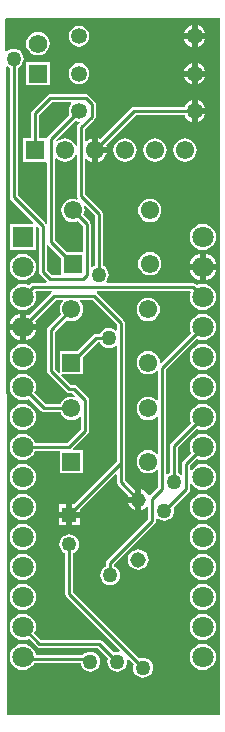
<source format=gbl>
G04*
G04 #@! TF.GenerationSoftware,Altium Limited,Altium Designer,23.2.1 (34)*
G04*
G04 Layer_Physical_Order=2*
G04 Layer_Color=16711680*
%FSLAX25Y25*%
%MOIN*%
G70*
G04*
G04 #@! TF.SameCoordinates,08813931-105C-4D26-8E83-7783437ACDD9*
G04*
G04*
G04 #@! TF.FilePolarity,Positive*
G04*
G01*
G75*
%ADD22C,0.06102*%
%ADD23R,0.06102X0.06102*%
%ADD24C,0.06181*%
%ADD25R,0.06181X0.06181*%
%ADD32C,0.01000*%
%ADD33R,0.07087X0.07087*%
%ADD34C,0.07087*%
%ADD35C,0.05315*%
%ADD36R,0.04921X0.04921*%
%ADD37C,0.04921*%
%ADD38C,0.05181*%
%ADD39C,0.05000*%
G36*
X22673Y204874D02*
X22188Y204244D01*
X21840Y203403D01*
X21721Y202500D01*
X21840Y201597D01*
X22013Y201179D01*
X14963Y194129D01*
X14675Y193699D01*
X14351Y193351D01*
X11825D01*
Y201151D01*
X16049Y205375D01*
X22527D01*
X22673Y204874D01*
D02*
G37*
G36*
X24306Y199132D02*
X25209Y199013D01*
X25278Y199022D01*
X25499Y198573D01*
X24963Y198037D01*
X24675Y197607D01*
X24575Y197100D01*
Y191033D01*
X24074Y190934D01*
X23864Y191442D01*
X23247Y192247D01*
X22442Y192864D01*
X21505Y193252D01*
X20500Y193384D01*
X19495Y193252D01*
X18558Y192864D01*
X17964Y192408D01*
X17425Y192602D01*
X17391Y192808D01*
X23888Y199305D01*
X24306Y199132D01*
D02*
G37*
G36*
X24575Y187967D02*
Y174200D01*
X24675Y173693D01*
X24892Y173369D01*
X24627Y172982D01*
X24591Y172952D01*
X24210Y173110D01*
X23205Y173243D01*
X22199Y173110D01*
X21263Y172722D01*
X20458Y172105D01*
X19841Y171300D01*
X19453Y170364D01*
X19320Y169358D01*
X19453Y168353D01*
X19841Y167416D01*
X20458Y166612D01*
X21263Y165994D01*
X22199Y165606D01*
X23205Y165474D01*
X24210Y165606D01*
X24827Y165862D01*
X26474Y164214D01*
Y155493D01*
X21228D01*
X17225Y159496D01*
Y186663D01*
X17699Y186824D01*
X17753Y186753D01*
X18558Y186136D01*
X19495Y185748D01*
X20500Y185616D01*
X21505Y185748D01*
X22442Y186136D01*
X23247Y186753D01*
X23864Y187558D01*
X24074Y188066D01*
X24575Y187967D01*
D02*
G37*
G36*
X72175Y1326D02*
X1322D01*
X713Y217299D01*
X1213Y217519D01*
X1736Y217118D01*
X2074Y216977D01*
Y173800D01*
X2175Y173293D01*
X2463Y172863D01*
X10020Y165305D01*
X9829Y164843D01*
X2157D01*
Y156157D01*
X10843D01*
Y163829D01*
X11305Y164020D01*
X11774Y163551D01*
Y148900D01*
X11875Y148393D01*
X12163Y147963D01*
X14379Y145746D01*
X14172Y145246D01*
X9921D01*
X9414Y145145D01*
X8984Y144858D01*
X8499Y144373D01*
X7634Y144731D01*
X6500Y144881D01*
X5366Y144731D01*
X4310Y144294D01*
X3402Y143598D01*
X2706Y142690D01*
X2269Y141634D01*
X2119Y140500D01*
X2269Y139366D01*
X2706Y138310D01*
X3402Y137402D01*
X4310Y136706D01*
X5366Y136268D01*
X6500Y136119D01*
X7634Y136268D01*
X8690Y136706D01*
X9598Y137402D01*
X10294Y138310D01*
X10731Y139366D01*
X10881Y140500D01*
X10731Y141634D01*
X10540Y142095D01*
X10875Y142595D01*
X15969D01*
X16047Y142498D01*
X15972Y141847D01*
X8652Y134526D01*
X7686Y134926D01*
X7500Y134951D01*
Y131500D01*
X10951D01*
X10926Y131686D01*
X10526Y132652D01*
X17458Y139584D01*
X19805D01*
X19915Y139260D01*
X19942Y139084D01*
X19341Y138300D01*
X18953Y137364D01*
X18820Y136358D01*
X18953Y135353D01*
X19208Y134736D01*
X14863Y130391D01*
X14575Y129961D01*
X14475Y129453D01*
Y116000D01*
X14575Y115493D01*
X14863Y115063D01*
X20963Y108963D01*
X21393Y108675D01*
X21900Y108574D01*
X22951D01*
X23990Y107536D01*
X23710Y107110D01*
X22705Y107243D01*
X21699Y107110D01*
X20763Y106722D01*
X19958Y106105D01*
X19341Y105300D01*
X19085Y104684D01*
X14191D01*
X10373Y108501D01*
X10731Y109366D01*
X10881Y110500D01*
X10731Y111634D01*
X10294Y112690D01*
X9598Y113598D01*
X8690Y114294D01*
X7634Y114732D01*
X6500Y114881D01*
X5366Y114732D01*
X4310Y114294D01*
X3402Y113598D01*
X2706Y112690D01*
X2269Y111634D01*
X2119Y110500D01*
X2269Y109366D01*
X2706Y108310D01*
X3402Y107402D01*
X4310Y106706D01*
X5366Y106269D01*
X6500Y106119D01*
X7634Y106269D01*
X8499Y106627D01*
X12705Y102421D01*
X13135Y102134D01*
X13642Y102033D01*
X19085D01*
X19341Y101416D01*
X19958Y100611D01*
X20763Y99994D01*
X21699Y99606D01*
X22705Y99474D01*
X23710Y99606D01*
X24647Y99994D01*
X25451Y100611D01*
X25501Y100676D01*
X25975Y100515D01*
Y96549D01*
X21251Y91825D01*
X10652D01*
X10294Y92690D01*
X9598Y93598D01*
X8690Y94294D01*
X7634Y94731D01*
X6500Y94881D01*
X5366Y94731D01*
X4310Y94294D01*
X3402Y93598D01*
X2706Y92690D01*
X2269Y91634D01*
X2119Y90500D01*
X2269Y89366D01*
X2706Y88310D01*
X3402Y87402D01*
X4310Y86706D01*
X5366Y86269D01*
X6500Y86119D01*
X7634Y86269D01*
X8690Y86706D01*
X9598Y87402D01*
X10294Y88310D01*
X10652Y89174D01*
X18854D01*
Y81791D01*
X26556D01*
Y89493D01*
X23375D01*
X23167Y89993D01*
X28237Y95063D01*
X28525Y95493D01*
X28626Y96000D01*
Y106100D01*
X28525Y106607D01*
X28237Y107037D01*
X24437Y110837D01*
X24007Y111125D01*
X23500Y111225D01*
X22449D01*
X19346Y114329D01*
X19537Y114791D01*
X26556D01*
Y120618D01*
X31412Y125475D01*
X32077D01*
X32217Y125136D01*
X32746Y124446D01*
X33436Y123917D01*
X34238Y123585D01*
X35100Y123471D01*
X35961Y123585D01*
X36764Y123917D01*
X37275Y124309D01*
X37775Y124078D01*
Y85649D01*
X23586Y71461D01*
X23000D01*
Y69000D01*
X25461D01*
Y69586D01*
X37313Y81438D01*
X37775Y81247D01*
Y78900D01*
X37875Y78393D01*
X38163Y77963D01*
X41703Y74423D01*
X41528Y74000D01*
X44000D01*
Y76472D01*
X43577Y76297D01*
X40426Y79449D01*
Y85100D01*
Y132000D01*
X40325Y132507D01*
X40037Y132937D01*
X31128Y141847D01*
X31053Y142498D01*
X31131Y142595D01*
X62125D01*
X62460Y142095D01*
X62269Y141634D01*
X62119Y140500D01*
X62269Y139366D01*
X62706Y138310D01*
X63402Y137402D01*
X64310Y136706D01*
X65366Y136268D01*
X66500Y136119D01*
X67634Y136268D01*
X68690Y136706D01*
X69598Y137402D01*
X70294Y138310D01*
X70732Y139366D01*
X70881Y140500D01*
X70732Y141634D01*
X70294Y142690D01*
X69598Y143598D01*
X68690Y144294D01*
X67634Y144731D01*
X66500Y144881D01*
X65366Y144731D01*
X64501Y144373D01*
X64016Y144858D01*
X63586Y145145D01*
X63079Y145246D01*
X34384D01*
X34230Y145746D01*
X34683Y146336D01*
X35015Y147139D01*
X35129Y148000D01*
X35015Y148862D01*
X34683Y149664D01*
X34154Y150354D01*
X33464Y150882D01*
X33125Y151023D01*
Y168300D01*
X33025Y168807D01*
X32737Y169237D01*
X27226Y174749D01*
Y186354D01*
X27725Y186523D01*
X28457Y185961D01*
X29442Y185553D01*
X29500Y185546D01*
Y189500D01*
Y193455D01*
X29442Y193447D01*
X28457Y193039D01*
X27725Y192477D01*
X27226Y192646D01*
Y196551D01*
X30337Y199663D01*
X30625Y200093D01*
X30725Y200600D01*
Y205000D01*
X30625Y205507D01*
X30337Y205937D01*
X28637Y207637D01*
X28207Y207925D01*
X27700Y208026D01*
X15500D01*
X14993Y207925D01*
X14563Y207637D01*
X9563Y202637D01*
X9275Y202207D01*
X9174Y201700D01*
Y193351D01*
X6649D01*
Y185649D01*
X14351D01*
X14574Y185241D01*
Y165133D01*
X14074Y164981D01*
X14037Y165037D01*
X4725Y174349D01*
Y216977D01*
X5064Y217118D01*
X5754Y217646D01*
X6283Y218336D01*
X6615Y219139D01*
X6729Y220000D01*
X6615Y220862D01*
X6283Y221664D01*
X5754Y222354D01*
X5064Y222883D01*
X4262Y223215D01*
X3400Y223328D01*
X2538Y223215D01*
X1736Y222883D01*
X1199Y222470D01*
X698Y222674D01*
X668Y233320D01*
X1021Y233675D01*
X72175D01*
Y1326D01*
D02*
G37*
G36*
X30474Y167751D02*
Y151023D01*
X30136Y150882D01*
X29625Y150491D01*
X29125Y150722D01*
Y164763D01*
X29025Y165270D01*
X28737Y165700D01*
X26701Y167736D01*
X26957Y168353D01*
X27089Y169358D01*
X26957Y170364D01*
X26817Y170702D01*
X27241Y170985D01*
X30474Y167751D01*
D02*
G37*
G36*
X14963Y158009D02*
X19354Y153619D01*
Y147826D01*
X16049D01*
X14425Y149449D01*
Y157913D01*
X14925Y158065D01*
X14963Y158009D01*
D02*
G37*
G36*
X37775Y131451D02*
Y129522D01*
X37275Y129291D01*
X36764Y129683D01*
X35961Y130015D01*
X35100Y130129D01*
X34238Y130015D01*
X33436Y129683D01*
X32746Y129154D01*
X32217Y128464D01*
X32077Y128126D01*
X30863D01*
X30356Y128025D01*
X29926Y127737D01*
X24681Y122493D01*
X18854D01*
Y115474D01*
X18392Y115283D01*
X17126Y116549D01*
Y128904D01*
X21083Y132862D01*
X21699Y132606D01*
X22705Y132474D01*
X23710Y132606D01*
X24647Y132994D01*
X25451Y133612D01*
X26069Y134416D01*
X26457Y135353D01*
X26589Y136358D01*
X26457Y137364D01*
X26069Y138300D01*
X25468Y139084D01*
X25495Y139260D01*
X25605Y139584D01*
X29642D01*
X37775Y131451D01*
D02*
G37*
%LPC*%
G36*
X64791Y231045D02*
Y228500D01*
X67336D01*
X66986Y229345D01*
X66400Y230109D01*
X65636Y230695D01*
X64791Y231045D01*
D02*
G37*
G36*
X62791D02*
X61947Y230695D01*
X61183Y230109D01*
X60597Y229345D01*
X60247Y228500D01*
X62791D01*
Y231045D01*
D02*
G37*
G36*
X25209Y230987D02*
X24306Y230869D01*
X23465Y230520D01*
X22743Y229966D01*
X22188Y229244D01*
X21840Y228403D01*
X21721Y227500D01*
X21840Y226597D01*
X22188Y225756D01*
X22743Y225034D01*
X23465Y224480D01*
X24306Y224131D01*
X25209Y224013D01*
X26111Y224131D01*
X26952Y224480D01*
X27674Y225034D01*
X28229Y225756D01*
X28577Y226597D01*
X28696Y227500D01*
X28577Y228403D01*
X28229Y229244D01*
X27674Y229966D01*
X26952Y230520D01*
X26111Y230869D01*
X25209Y230987D01*
D02*
G37*
G36*
X67336Y226500D02*
X64791D01*
Y223955D01*
X65636Y224305D01*
X66400Y224891D01*
X66986Y225656D01*
X67336Y226500D01*
D02*
G37*
G36*
X62791D02*
X60247D01*
X60597Y225656D01*
X61183Y224891D01*
X61947Y224305D01*
X62791Y223955D01*
Y226500D01*
D02*
G37*
G36*
X11500Y228924D02*
X10484Y228790D01*
X9538Y228398D01*
X8725Y227775D01*
X8102Y226962D01*
X7710Y226016D01*
X7576Y225000D01*
X7710Y223984D01*
X8102Y223038D01*
X8725Y222225D01*
X9538Y221602D01*
X10484Y221210D01*
X11500Y221076D01*
X12516Y221210D01*
X13462Y221602D01*
X14275Y222225D01*
X14898Y223038D01*
X15290Y223984D01*
X15424Y225000D01*
X15290Y226016D01*
X14898Y226962D01*
X14275Y227775D01*
X13462Y228398D01*
X12516Y228790D01*
X11500Y228924D01*
D02*
G37*
G36*
X64791Y218545D02*
Y216000D01*
X67336D01*
X66986Y216845D01*
X66400Y217609D01*
X65636Y218195D01*
X64791Y218545D01*
D02*
G37*
G36*
X62791D02*
X61947Y218195D01*
X61183Y217609D01*
X60597Y216845D01*
X60247Y216000D01*
X62791D01*
Y218545D01*
D02*
G37*
G36*
X25209Y218487D02*
X24306Y218369D01*
X23465Y218020D01*
X22743Y217466D01*
X22188Y216744D01*
X21840Y215903D01*
X21721Y215000D01*
X21840Y214097D01*
X22188Y213256D01*
X22743Y212534D01*
X23465Y211980D01*
X24306Y211631D01*
X25209Y211513D01*
X26111Y211631D01*
X26952Y211980D01*
X27674Y212534D01*
X28229Y213256D01*
X28577Y214097D01*
X28696Y215000D01*
X28577Y215903D01*
X28229Y216744D01*
X27674Y217466D01*
X26952Y218020D01*
X26111Y218369D01*
X25209Y218487D01*
D02*
G37*
G36*
X67336Y214000D02*
X64791D01*
Y211455D01*
X65636Y211805D01*
X66400Y212391D01*
X66986Y213156D01*
X67336Y214000D01*
D02*
G37*
G36*
X62791D02*
X60247D01*
X60597Y213156D01*
X61183Y212391D01*
X61947Y211805D01*
X62791Y211455D01*
Y214000D01*
D02*
G37*
G36*
X15391Y218891D02*
X7609D01*
Y211109D01*
X15391D01*
Y218891D01*
D02*
G37*
G36*
X64791Y206045D02*
Y203500D01*
X67336D01*
X66986Y204345D01*
X66400Y205109D01*
X65636Y205695D01*
X64791Y206045D01*
D02*
G37*
G36*
X67336Y201500D02*
X64791D01*
Y198955D01*
X65636Y199305D01*
X66400Y199891D01*
X66986Y200656D01*
X67336Y201500D01*
D02*
G37*
G36*
X62791Y206045D02*
X61947Y205695D01*
X61183Y205109D01*
X60597Y204345D01*
X60382Y203825D01*
X43500D01*
X42993Y203725D01*
X42563Y203437D01*
X32275Y193150D01*
X31558Y193447D01*
X31500Y193455D01*
Y190500D01*
X34455D01*
X34447Y190558D01*
X34150Y191275D01*
X44049Y201174D01*
X60382D01*
X60597Y200656D01*
X61183Y199891D01*
X61947Y199305D01*
X62791Y198955D01*
Y202500D01*
Y206045D01*
D02*
G37*
G36*
X60500Y193384D02*
X59495Y193252D01*
X58558Y192864D01*
X57753Y192247D01*
X57136Y191442D01*
X56748Y190505D01*
X56616Y189500D01*
X56748Y188495D01*
X57136Y187558D01*
X57753Y186753D01*
X58558Y186136D01*
X59495Y185748D01*
X60500Y185616D01*
X61505Y185748D01*
X62442Y186136D01*
X63247Y186753D01*
X63864Y187558D01*
X64252Y188495D01*
X64384Y189500D01*
X64252Y190505D01*
X63864Y191442D01*
X63247Y192247D01*
X62442Y192864D01*
X61505Y193252D01*
X60500Y193384D01*
D02*
G37*
G36*
X50500D02*
X49495Y193252D01*
X48558Y192864D01*
X47753Y192247D01*
X47136Y191442D01*
X46748Y190505D01*
X46616Y189500D01*
X46748Y188495D01*
X47136Y187558D01*
X47753Y186753D01*
X48558Y186136D01*
X49495Y185748D01*
X50500Y185616D01*
X51505Y185748D01*
X52442Y186136D01*
X53247Y186753D01*
X53864Y187558D01*
X54252Y188495D01*
X54384Y189500D01*
X54252Y190505D01*
X53864Y191442D01*
X53247Y192247D01*
X52442Y192864D01*
X51505Y193252D01*
X50500Y193384D01*
D02*
G37*
G36*
X40500D02*
X39495Y193252D01*
X38558Y192864D01*
X37753Y192247D01*
X37136Y191442D01*
X36748Y190505D01*
X36616Y189500D01*
X36748Y188495D01*
X37136Y187558D01*
X37753Y186753D01*
X38558Y186136D01*
X39495Y185748D01*
X40500Y185616D01*
X41505Y185748D01*
X42442Y186136D01*
X43247Y186753D01*
X43864Y187558D01*
X44252Y188495D01*
X44384Y189500D01*
X44252Y190505D01*
X43864Y191442D01*
X43247Y192247D01*
X42442Y192864D01*
X41505Y193252D01*
X40500Y193384D01*
D02*
G37*
G36*
X34455Y188500D02*
X31500D01*
Y185546D01*
X31558Y185553D01*
X32543Y185961D01*
X33389Y186611D01*
X34039Y187457D01*
X34447Y188442D01*
X34455Y188500D01*
D02*
G37*
G36*
X48795Y173243D02*
X47790Y173110D01*
X46853Y172722D01*
X46049Y172105D01*
X45431Y171300D01*
X45043Y170364D01*
X44911Y169358D01*
X45043Y168353D01*
X45431Y167416D01*
X46049Y166612D01*
X46853Y165994D01*
X47790Y165606D01*
X48795Y165474D01*
X49801Y165606D01*
X50737Y165994D01*
X51542Y166612D01*
X52159Y167416D01*
X52547Y168353D01*
X52680Y169358D01*
X52547Y170364D01*
X52159Y171300D01*
X51542Y172105D01*
X50737Y172722D01*
X49801Y173110D01*
X48795Y173243D01*
D02*
G37*
G36*
X66500Y164881D02*
X65366Y164732D01*
X64310Y164294D01*
X63402Y163598D01*
X62706Y162690D01*
X62269Y161634D01*
X62119Y160500D01*
X62269Y159366D01*
X62706Y158310D01*
X63402Y157402D01*
X64310Y156706D01*
X65366Y156269D01*
X66500Y156119D01*
X67634Y156269D01*
X68690Y156706D01*
X69598Y157402D01*
X70294Y158310D01*
X70732Y159366D01*
X70881Y160500D01*
X70732Y161634D01*
X70294Y162690D01*
X69598Y163598D01*
X68690Y164294D01*
X67634Y164732D01*
X66500Y164881D01*
D02*
G37*
G36*
X67500Y154951D02*
Y151500D01*
X70951D01*
X70926Y151686D01*
X70469Y152791D01*
X69740Y153740D01*
X68791Y154469D01*
X67686Y154926D01*
X67500Y154951D01*
D02*
G37*
G36*
X65500D02*
X65314Y154926D01*
X64209Y154469D01*
X63260Y153740D01*
X62531Y152791D01*
X62074Y151686D01*
X62049Y151500D01*
X65500D01*
Y154951D01*
D02*
G37*
G36*
X48795Y155526D02*
X47790Y155394D01*
X46853Y155006D01*
X46049Y154388D01*
X45431Y153584D01*
X45043Y152647D01*
X44911Y151642D01*
X45043Y150636D01*
X45431Y149700D01*
X46049Y148895D01*
X46853Y148278D01*
X47790Y147890D01*
X48795Y147757D01*
X49801Y147890D01*
X50737Y148278D01*
X51542Y148895D01*
X52159Y149700D01*
X52547Y150636D01*
X52680Y151642D01*
X52547Y152647D01*
X52159Y153584D01*
X51542Y154388D01*
X50737Y155006D01*
X49801Y155394D01*
X48795Y155526D01*
D02*
G37*
G36*
X6500Y154881D02*
X5366Y154732D01*
X4310Y154294D01*
X3402Y153598D01*
X2706Y152690D01*
X2269Y151634D01*
X2119Y150500D01*
X2269Y149366D01*
X2706Y148310D01*
X3402Y147402D01*
X4310Y146706D01*
X5366Y146268D01*
X6500Y146119D01*
X7634Y146268D01*
X8690Y146706D01*
X9598Y147402D01*
X10294Y148310D01*
X10731Y149366D01*
X10881Y150500D01*
X10731Y151634D01*
X10294Y152690D01*
X9598Y153598D01*
X8690Y154294D01*
X7634Y154732D01*
X6500Y154881D01*
D02*
G37*
G36*
X70951Y149500D02*
X67500D01*
Y146049D01*
X67686Y146074D01*
X68791Y146531D01*
X69740Y147260D01*
X70469Y148209D01*
X70926Y149314D01*
X70951Y149500D01*
D02*
G37*
G36*
X65500D02*
X62049D01*
X62074Y149314D01*
X62531Y148209D01*
X63260Y147260D01*
X64209Y146531D01*
X65314Y146074D01*
X65500Y146049D01*
Y149500D01*
D02*
G37*
G36*
X48295Y140243D02*
X47290Y140110D01*
X46353Y139722D01*
X45548Y139105D01*
X44931Y138300D01*
X44543Y137364D01*
X44411Y136358D01*
X44543Y135353D01*
X44931Y134416D01*
X45548Y133612D01*
X46353Y132994D01*
X47290Y132606D01*
X48295Y132474D01*
X49301Y132606D01*
X50237Y132994D01*
X51042Y133612D01*
X51659Y134416D01*
X52047Y135353D01*
X52180Y136358D01*
X52047Y137364D01*
X51659Y138300D01*
X51042Y139105D01*
X50237Y139722D01*
X49301Y140110D01*
X48295Y140243D01*
D02*
G37*
G36*
X5500Y134951D02*
X5314Y134926D01*
X4209Y134469D01*
X3260Y133740D01*
X2531Y132791D01*
X2074Y131686D01*
X2049Y131500D01*
X5500D01*
Y134951D01*
D02*
G37*
G36*
X66500Y134881D02*
X65366Y134731D01*
X64310Y134294D01*
X63402Y133598D01*
X62706Y132690D01*
X62269Y131634D01*
X62119Y130500D01*
X62269Y129366D01*
X62627Y128501D01*
X52618Y118492D01*
X52166Y118747D01*
X52047Y119647D01*
X51659Y120584D01*
X51042Y121388D01*
X50237Y122006D01*
X49301Y122394D01*
X48295Y122526D01*
X47290Y122394D01*
X46353Y122006D01*
X45548Y121388D01*
X44931Y120584D01*
X44543Y119647D01*
X44411Y118642D01*
X44543Y117636D01*
X44931Y116700D01*
X45548Y115895D01*
X46353Y115278D01*
X47290Y114890D01*
X48295Y114757D01*
X49301Y114890D01*
X50237Y115278D01*
X51042Y115895D01*
X51101Y115972D01*
X51574Y115812D01*
Y106188D01*
X51101Y106028D01*
X51042Y106105D01*
X50237Y106722D01*
X49301Y107110D01*
X48295Y107243D01*
X47290Y107110D01*
X46353Y106722D01*
X45548Y106105D01*
X44931Y105300D01*
X44543Y104364D01*
X44411Y103358D01*
X44543Y102353D01*
X44931Y101416D01*
X45548Y100611D01*
X46353Y99994D01*
X47290Y99606D01*
X48295Y99474D01*
X49301Y99606D01*
X50237Y99994D01*
X51042Y100611D01*
X51101Y100689D01*
X51574Y100528D01*
Y88472D01*
X51101Y88311D01*
X51042Y88389D01*
X50237Y89006D01*
X49301Y89394D01*
X48295Y89526D01*
X47290Y89394D01*
X46353Y89006D01*
X45548Y88389D01*
X44931Y87584D01*
X44543Y86647D01*
X44411Y85642D01*
X44543Y84636D01*
X44931Y83700D01*
X45548Y82895D01*
X46353Y82278D01*
X47290Y81890D01*
X48295Y81757D01*
X49301Y81890D01*
X50237Y82278D01*
X51042Y82895D01*
X51101Y82972D01*
X51574Y82811D01*
Y77038D01*
X48874Y74338D01*
X48423Y74369D01*
X48294Y74431D01*
X48136Y74811D01*
X47561Y75561D01*
X46811Y76136D01*
X46000Y76472D01*
Y73000D01*
Y69528D01*
X46811Y69864D01*
X47561Y70439D01*
X47860Y70829D01*
X48360Y70660D01*
Y66535D01*
X34663Y52837D01*
X34375Y52407D01*
X34275Y51900D01*
Y50723D01*
X33936Y50582D01*
X33246Y50054D01*
X32717Y49364D01*
X32385Y48561D01*
X32272Y47700D01*
X32385Y46839D01*
X32717Y46036D01*
X33246Y45346D01*
X33936Y44818D01*
X34738Y44485D01*
X35600Y44372D01*
X36461Y44485D01*
X37264Y44818D01*
X37954Y45346D01*
X38482Y46036D01*
X38815Y46839D01*
X38928Y47700D01*
X38815Y48561D01*
X38482Y49364D01*
X37954Y50054D01*
X37264Y50582D01*
X36926Y50723D01*
Y51351D01*
X50623Y65048D01*
X50910Y65478D01*
X51011Y65986D01*
Y66603D01*
X51511Y66820D01*
X52036Y66417D01*
X52838Y66085D01*
X53700Y65971D01*
X54562Y66085D01*
X55364Y66417D01*
X56054Y66946D01*
X56583Y67636D01*
X56915Y68439D01*
X57029Y69300D01*
X56915Y70161D01*
X56775Y70500D01*
X61837Y75563D01*
X62125Y75993D01*
X62226Y76500D01*
Y78080D01*
X62674Y78288D01*
X62726Y78284D01*
X63402Y77402D01*
X64310Y76706D01*
X65366Y76269D01*
X66500Y76119D01*
X67634Y76269D01*
X68690Y76706D01*
X69598Y77402D01*
X70294Y78310D01*
X70732Y79366D01*
X70881Y80500D01*
X70732Y81634D01*
X70294Y82690D01*
X69598Y83598D01*
X68690Y84294D01*
X67634Y84732D01*
X66500Y84881D01*
X65366Y84732D01*
X64310Y84294D01*
X63402Y83598D01*
X62726Y82716D01*
X62674Y82712D01*
X62226Y82920D01*
Y84351D01*
X64501Y86627D01*
X65366Y86269D01*
X66500Y86119D01*
X67634Y86269D01*
X68690Y86706D01*
X69598Y87402D01*
X70294Y88310D01*
X70732Y89366D01*
X70881Y90500D01*
X70732Y91634D01*
X70294Y92690D01*
X69598Y93598D01*
X68690Y94294D01*
X67634Y94731D01*
X66500Y94881D01*
X65366Y94731D01*
X64310Y94294D01*
X63402Y93598D01*
X62706Y92690D01*
X62269Y91634D01*
X62119Y90500D01*
X62269Y89366D01*
X62627Y88501D01*
X59963Y85837D01*
X59675Y85407D01*
X59575Y84900D01*
Y81522D01*
X59074Y81291D01*
X58564Y81683D01*
X58226Y81823D01*
Y90351D01*
X64501Y96627D01*
X65366Y96268D01*
X66500Y96119D01*
X67634Y96268D01*
X68690Y96706D01*
X69598Y97402D01*
X70294Y98310D01*
X70732Y99366D01*
X70881Y100500D01*
X70732Y101634D01*
X70294Y102690D01*
X69598Y103598D01*
X68690Y104294D01*
X67634Y104732D01*
X66500Y104881D01*
X65366Y104732D01*
X64310Y104294D01*
X63402Y103598D01*
X62706Y102690D01*
X62269Y101634D01*
X62119Y100500D01*
X62269Y99366D01*
X62627Y98501D01*
X55963Y91837D01*
X55675Y91407D01*
X55575Y90900D01*
Y81823D01*
X55236Y81683D01*
X54725Y81291D01*
X54225Y81522D01*
Y116351D01*
X64501Y126627D01*
X65366Y126268D01*
X66500Y126119D01*
X67634Y126268D01*
X68690Y126706D01*
X69598Y127402D01*
X70294Y128310D01*
X70732Y129366D01*
X70881Y130500D01*
X70732Y131634D01*
X70294Y132690D01*
X69598Y133598D01*
X68690Y134294D01*
X67634Y134731D01*
X66500Y134881D01*
D02*
G37*
G36*
X10951Y129500D02*
X7500D01*
Y126049D01*
X7686Y126074D01*
X8791Y126531D01*
X9740Y127260D01*
X10469Y128209D01*
X10926Y129314D01*
X10951Y129500D01*
D02*
G37*
G36*
X5500D02*
X2049D01*
X2074Y129314D01*
X2531Y128209D01*
X3260Y127260D01*
X4209Y126531D01*
X5314Y126074D01*
X5500Y126049D01*
Y129500D01*
D02*
G37*
G36*
X66500Y124881D02*
X65366Y124732D01*
X64310Y124294D01*
X63402Y123598D01*
X62706Y122690D01*
X62269Y121634D01*
X62119Y120500D01*
X62269Y119366D01*
X62706Y118310D01*
X63402Y117402D01*
X64310Y116706D01*
X65366Y116269D01*
X66500Y116119D01*
X67634Y116269D01*
X68690Y116706D01*
X69598Y117402D01*
X70294Y118310D01*
X70732Y119366D01*
X70881Y120500D01*
X70732Y121634D01*
X70294Y122690D01*
X69598Y123598D01*
X68690Y124294D01*
X67634Y124732D01*
X66500Y124881D01*
D02*
G37*
G36*
X6500D02*
X5366Y124732D01*
X4310Y124294D01*
X3402Y123598D01*
X2706Y122690D01*
X2269Y121634D01*
X2119Y120500D01*
X2269Y119366D01*
X2706Y118310D01*
X3402Y117402D01*
X4310Y116706D01*
X5366Y116269D01*
X6500Y116119D01*
X7634Y116269D01*
X8690Y116706D01*
X9598Y117402D01*
X10294Y118310D01*
X10731Y119366D01*
X10881Y120500D01*
X10731Y121634D01*
X10294Y122690D01*
X9598Y123598D01*
X8690Y124294D01*
X7634Y124732D01*
X6500Y124881D01*
D02*
G37*
G36*
X66500Y114881D02*
X65366Y114732D01*
X64310Y114294D01*
X63402Y113598D01*
X62706Y112690D01*
X62269Y111634D01*
X62119Y110500D01*
X62269Y109366D01*
X62706Y108310D01*
X63402Y107402D01*
X64310Y106706D01*
X65366Y106269D01*
X66500Y106119D01*
X67634Y106269D01*
X68690Y106706D01*
X69598Y107402D01*
X70294Y108310D01*
X70732Y109366D01*
X70881Y110500D01*
X70732Y111634D01*
X70294Y112690D01*
X69598Y113598D01*
X68690Y114294D01*
X67634Y114732D01*
X66500Y114881D01*
D02*
G37*
G36*
X6500Y104881D02*
X5366Y104732D01*
X4310Y104294D01*
X3402Y103598D01*
X2706Y102690D01*
X2269Y101634D01*
X2119Y100500D01*
X2269Y99366D01*
X2706Y98310D01*
X3402Y97402D01*
X4310Y96706D01*
X5366Y96268D01*
X6500Y96119D01*
X7634Y96268D01*
X8690Y96706D01*
X9598Y97402D01*
X10294Y98310D01*
X10731Y99366D01*
X10881Y100500D01*
X10731Y101634D01*
X10294Y102690D01*
X9598Y103598D01*
X8690Y104294D01*
X7634Y104732D01*
X6500Y104881D01*
D02*
G37*
G36*
Y84881D02*
X5366Y84732D01*
X4310Y84294D01*
X3402Y83598D01*
X2706Y82690D01*
X2269Y81634D01*
X2119Y80500D01*
X2269Y79366D01*
X2706Y78310D01*
X3402Y77402D01*
X4310Y76706D01*
X5366Y76269D01*
X6500Y76119D01*
X7634Y76269D01*
X8690Y76706D01*
X9598Y77402D01*
X10294Y78310D01*
X10731Y79366D01*
X10881Y80500D01*
X10731Y81634D01*
X10294Y82690D01*
X9598Y83598D01*
X8690Y84294D01*
X7634Y84732D01*
X6500Y84881D01*
D02*
G37*
G36*
X44000Y72000D02*
X41528D01*
X41864Y71189D01*
X42439Y70439D01*
X43189Y69864D01*
X44000Y69528D01*
Y72000D01*
D02*
G37*
G36*
X21000Y71461D02*
X18539D01*
Y69000D01*
X21000D01*
Y71461D01*
D02*
G37*
G36*
X66500Y74881D02*
X65366Y74731D01*
X64310Y74294D01*
X63402Y73598D01*
X62706Y72690D01*
X62269Y71634D01*
X62119Y70500D01*
X62269Y69366D01*
X62706Y68310D01*
X63402Y67402D01*
X64310Y66706D01*
X65366Y66268D01*
X66500Y66119D01*
X67634Y66268D01*
X68690Y66706D01*
X69598Y67402D01*
X70294Y68310D01*
X70732Y69366D01*
X70881Y70500D01*
X70732Y71634D01*
X70294Y72690D01*
X69598Y73598D01*
X68690Y74294D01*
X67634Y74731D01*
X66500Y74881D01*
D02*
G37*
G36*
X6500D02*
X5366Y74731D01*
X4310Y74294D01*
X3402Y73598D01*
X2706Y72690D01*
X2269Y71634D01*
X2119Y70500D01*
X2269Y69366D01*
X2706Y68310D01*
X3402Y67402D01*
X4310Y66706D01*
X5366Y66268D01*
X6500Y66119D01*
X7634Y66268D01*
X8690Y66706D01*
X9598Y67402D01*
X10294Y68310D01*
X10731Y69366D01*
X10881Y70500D01*
X10731Y71634D01*
X10294Y72690D01*
X9598Y73598D01*
X8690Y74294D01*
X7634Y74731D01*
X6500Y74881D01*
D02*
G37*
G36*
X25461Y67000D02*
X23000D01*
Y64539D01*
X25461D01*
Y67000D01*
D02*
G37*
G36*
X21000D02*
X18539D01*
Y64539D01*
X21000D01*
Y67000D01*
D02*
G37*
G36*
X66500Y64881D02*
X65366Y64732D01*
X64310Y64294D01*
X63402Y63598D01*
X62706Y62690D01*
X62269Y61634D01*
X62119Y60500D01*
X62269Y59366D01*
X62706Y58310D01*
X63402Y57402D01*
X64310Y56706D01*
X65366Y56269D01*
X66500Y56119D01*
X67634Y56269D01*
X68690Y56706D01*
X69598Y57402D01*
X70294Y58310D01*
X70732Y59366D01*
X70881Y60500D01*
X70732Y61634D01*
X70294Y62690D01*
X69598Y63598D01*
X68690Y64294D01*
X67634Y64732D01*
X66500Y64881D01*
D02*
G37*
G36*
X6500D02*
X5366Y64732D01*
X4310Y64294D01*
X3402Y63598D01*
X2706Y62690D01*
X2269Y61634D01*
X2119Y60500D01*
X2269Y59366D01*
X2706Y58310D01*
X3402Y57402D01*
X4310Y56706D01*
X5366Y56269D01*
X6500Y56119D01*
X7634Y56269D01*
X8690Y56706D01*
X9598Y57402D01*
X10294Y58310D01*
X10731Y59366D01*
X10881Y60500D01*
X10731Y61634D01*
X10294Y62690D01*
X9598Y63598D01*
X8690Y64294D01*
X7634Y64732D01*
X6500Y64881D01*
D02*
G37*
G36*
X45000Y56420D02*
X44115Y56303D01*
X43290Y55962D01*
X42582Y55418D01*
X42038Y54710D01*
X41697Y53885D01*
X41580Y53000D01*
X41697Y52115D01*
X42038Y51290D01*
X42582Y50582D01*
X43290Y50038D01*
X44115Y49697D01*
X45000Y49580D01*
X45885Y49697D01*
X46710Y50038D01*
X47418Y50582D01*
X47962Y51290D01*
X48303Y52115D01*
X48420Y53000D01*
X48303Y53885D01*
X47962Y54710D01*
X47418Y55418D01*
X46710Y55962D01*
X45885Y56303D01*
X45000Y56420D01*
D02*
G37*
G36*
X66500Y54881D02*
X65366Y54732D01*
X64310Y54294D01*
X63402Y53598D01*
X62706Y52690D01*
X62269Y51634D01*
X62119Y50500D01*
X62269Y49366D01*
X62706Y48310D01*
X63402Y47402D01*
X64310Y46706D01*
X65366Y46268D01*
X66500Y46119D01*
X67634Y46268D01*
X68690Y46706D01*
X69598Y47402D01*
X70294Y48310D01*
X70732Y49366D01*
X70881Y50500D01*
X70732Y51634D01*
X70294Y52690D01*
X69598Y53598D01*
X68690Y54294D01*
X67634Y54732D01*
X66500Y54881D01*
D02*
G37*
G36*
X6500D02*
X5366Y54732D01*
X4310Y54294D01*
X3402Y53598D01*
X2706Y52690D01*
X2269Y51634D01*
X2119Y50500D01*
X2269Y49366D01*
X2706Y48310D01*
X3402Y47402D01*
X4310Y46706D01*
X5366Y46268D01*
X6500Y46119D01*
X7634Y46268D01*
X8690Y46706D01*
X9598Y47402D01*
X10294Y48310D01*
X10731Y49366D01*
X10881Y50500D01*
X10731Y51634D01*
X10294Y52690D01*
X9598Y53598D01*
X8690Y54294D01*
X7634Y54732D01*
X6500Y54881D01*
D02*
G37*
G36*
X66500Y44881D02*
X65366Y44732D01*
X64310Y44294D01*
X63402Y43598D01*
X62706Y42690D01*
X62269Y41634D01*
X62119Y40500D01*
X62269Y39366D01*
X62706Y38310D01*
X63402Y37402D01*
X64310Y36706D01*
X65366Y36268D01*
X66500Y36119D01*
X67634Y36268D01*
X68690Y36706D01*
X69598Y37402D01*
X70294Y38310D01*
X70732Y39366D01*
X70881Y40500D01*
X70732Y41634D01*
X70294Y42690D01*
X69598Y43598D01*
X68690Y44294D01*
X67634Y44732D01*
X66500Y44881D01*
D02*
G37*
G36*
X6500D02*
X5366Y44732D01*
X4310Y44294D01*
X3402Y43598D01*
X2706Y42690D01*
X2269Y41634D01*
X2119Y40500D01*
X2269Y39366D01*
X2706Y38310D01*
X3402Y37402D01*
X4310Y36706D01*
X5366Y36268D01*
X6500Y36119D01*
X7634Y36268D01*
X8690Y36706D01*
X9598Y37402D01*
X10294Y38310D01*
X10731Y39366D01*
X10881Y40500D01*
X10731Y41634D01*
X10294Y42690D01*
X9598Y43598D01*
X8690Y44294D01*
X7634Y44732D01*
X6500Y44881D01*
D02*
G37*
G36*
X66500Y34881D02*
X65366Y34732D01*
X64310Y34294D01*
X63402Y33598D01*
X62706Y32690D01*
X62269Y31634D01*
X62119Y30500D01*
X62269Y29366D01*
X62706Y28310D01*
X63402Y27402D01*
X64310Y26706D01*
X65366Y26269D01*
X66500Y26119D01*
X67634Y26269D01*
X68690Y26706D01*
X69598Y27402D01*
X70294Y28310D01*
X70732Y29366D01*
X70881Y30500D01*
X70732Y31634D01*
X70294Y32690D01*
X69598Y33598D01*
X68690Y34294D01*
X67634Y34732D01*
X66500Y34881D01*
D02*
G37*
G36*
X22000Y61446D02*
X21149Y61334D01*
X20356Y61006D01*
X19674Y60483D01*
X19152Y59802D01*
X18823Y59009D01*
X18711Y58157D01*
X18823Y57306D01*
X19152Y56513D01*
X19674Y55832D01*
X20356Y55309D01*
X20674Y55177D01*
Y41500D01*
X20775Y40993D01*
X21063Y40563D01*
X38913Y22713D01*
X38679Y22239D01*
X38000Y22329D01*
X37139Y22215D01*
X36800Y22075D01*
X32937Y25937D01*
X32507Y26225D01*
X32000Y26326D01*
X12549D01*
X10373Y28501D01*
X10731Y29366D01*
X10881Y30500D01*
X10731Y31634D01*
X10294Y32690D01*
X9598Y33598D01*
X8690Y34294D01*
X7634Y34732D01*
X6500Y34881D01*
X5366Y34732D01*
X4310Y34294D01*
X3402Y33598D01*
X2706Y32690D01*
X2269Y31634D01*
X2119Y30500D01*
X2269Y29366D01*
X2706Y28310D01*
X3402Y27402D01*
X4310Y26706D01*
X5366Y26269D01*
X6500Y26119D01*
X7634Y26269D01*
X8499Y26627D01*
X11063Y24063D01*
X11493Y23775D01*
X12000Y23674D01*
X31451D01*
X34925Y20200D01*
X34785Y19861D01*
X34672Y19000D01*
X34785Y18138D01*
X35118Y17336D01*
X35646Y16646D01*
X36336Y16117D01*
X37139Y15785D01*
X38000Y15672D01*
X38862Y15785D01*
X39664Y16117D01*
X40354Y16646D01*
X40883Y17336D01*
X41215Y18138D01*
X41328Y19000D01*
X41239Y19679D01*
X41713Y19913D01*
X43425Y18200D01*
X43285Y17862D01*
X43172Y17000D01*
X43285Y16138D01*
X43617Y15336D01*
X44146Y14646D01*
X44836Y14117D01*
X45638Y13785D01*
X46500Y13671D01*
X47361Y13785D01*
X48164Y14117D01*
X48854Y14646D01*
X49382Y15336D01*
X49715Y16138D01*
X49828Y17000D01*
X49715Y17862D01*
X49382Y18664D01*
X48854Y19354D01*
X48164Y19883D01*
X47361Y20215D01*
X46500Y20328D01*
X45638Y20215D01*
X45300Y20075D01*
X23325Y42049D01*
Y55177D01*
X23644Y55309D01*
X24326Y55832D01*
X24848Y56513D01*
X25177Y57306D01*
X25289Y58157D01*
X25177Y59009D01*
X24848Y59802D01*
X24326Y60483D01*
X23644Y61006D01*
X22851Y61334D01*
X22000Y61446D01*
D02*
G37*
G36*
X66500Y24881D02*
X65366Y24732D01*
X64310Y24294D01*
X63402Y23598D01*
X62706Y22690D01*
X62269Y21634D01*
X62119Y20500D01*
X62269Y19366D01*
X62706Y18310D01*
X63402Y17402D01*
X64310Y16706D01*
X65366Y16269D01*
X66500Y16119D01*
X67634Y16269D01*
X68690Y16706D01*
X69598Y17402D01*
X70294Y18310D01*
X70732Y19366D01*
X70881Y20500D01*
X70732Y21634D01*
X70294Y22690D01*
X69598Y23598D01*
X68690Y24294D01*
X67634Y24732D01*
X66500Y24881D01*
D02*
G37*
G36*
X6500D02*
X5366Y24732D01*
X4310Y24294D01*
X3402Y23598D01*
X2706Y22690D01*
X2269Y21634D01*
X2119Y20500D01*
X2269Y19366D01*
X2706Y18310D01*
X3402Y17402D01*
X4310Y16706D01*
X5366Y16269D01*
X6500Y16119D01*
X7634Y16269D01*
X8690Y16706D01*
X9598Y17402D01*
X10294Y18310D01*
X10341Y18425D01*
X25747D01*
X25785Y18138D01*
X26118Y17336D01*
X26646Y16646D01*
X27336Y16117D01*
X28139Y15785D01*
X29000Y15672D01*
X29862Y15785D01*
X30664Y16117D01*
X31354Y16646D01*
X31883Y17336D01*
X32215Y18138D01*
X32329Y19000D01*
X32215Y19861D01*
X31883Y20664D01*
X31354Y21354D01*
X30664Y21883D01*
X29862Y22215D01*
X29000Y22329D01*
X28139Y22215D01*
X27336Y21883D01*
X26646Y21354D01*
X26433Y21076D01*
X10805D01*
X10731Y21634D01*
X10294Y22690D01*
X9598Y23598D01*
X8690Y24294D01*
X7634Y24732D01*
X6500Y24881D01*
D02*
G37*
%LPD*%
D22*
X48795Y169358D02*
D03*
X23205D02*
D03*
X48795Y151642D02*
D03*
X48295Y136358D02*
D03*
X22705D02*
D03*
X48295Y118642D02*
D03*
Y103358D02*
D03*
X22705D02*
D03*
X48295Y85642D02*
D03*
X20500Y189500D02*
D03*
X30500D02*
D03*
X40500D02*
D03*
X50500D02*
D03*
X60500D02*
D03*
D23*
X23205Y151642D02*
D03*
X22705Y118642D02*
D03*
Y85642D02*
D03*
X10500Y189500D02*
D03*
D24*
X11500Y225000D02*
D03*
D25*
Y215000D02*
D03*
D32*
X6500Y20500D02*
X7250Y19750D01*
X28250D02*
X29000Y19000D01*
X7250Y19750D02*
X28250D01*
X32000Y25000D02*
X38000Y19000D01*
X12000Y25000D02*
X32000D01*
X39100Y78900D02*
Y85100D01*
X6500Y130500D02*
X16909Y140909D01*
X39100Y78900D02*
X45000Y73000D01*
X22000Y68000D02*
X39100Y85100D01*
Y132000D01*
X30191Y140909D02*
X39100Y132000D01*
X16909Y140909D02*
X30191D01*
X22705Y118642D02*
X30863Y126800D01*
X35100D01*
X22000Y41500D02*
X46500Y17000D01*
X22000Y41500D02*
Y58157D01*
X6500Y30500D02*
X12000Y25000D01*
X63079Y143921D02*
X66500Y140500D01*
X9921Y143921D02*
X63079D01*
X6500Y140500D02*
X9921Y143921D01*
X10500Y189500D02*
Y201700D01*
X15500Y206700D01*
X27700D01*
X29400Y205000D01*
Y200600D02*
Y205000D01*
X25900Y197100D02*
X29400Y200600D01*
X25900Y174200D02*
Y197100D01*
Y174200D02*
X31800Y168300D01*
Y148000D02*
Y168300D01*
X53700Y69300D02*
X60900Y76500D01*
Y84900D01*
X66500Y90500D01*
X56900Y90900D02*
X66500Y100500D01*
X56900Y78800D02*
Y90900D01*
X52900Y116900D02*
X66500Y130500D01*
X52900Y76489D02*
Y116900D01*
X49686Y73275D02*
X52900Y76489D01*
X49686Y65986D02*
Y73275D01*
X35600Y51900D02*
X49686Y65986D01*
X35600Y47700D02*
Y51900D01*
X3400Y173800D02*
Y220000D01*
Y173800D02*
X13100Y164100D01*
Y148900D02*
Y164100D01*
Y148900D02*
X15500Y146500D01*
X26500D01*
X27800Y147800D01*
Y164763D01*
X23205Y169358D02*
X27800Y164763D01*
X6500Y90500D02*
X21800D01*
X27300Y96000D01*
Y106100D01*
X23500Y109900D02*
X27300Y106100D01*
X21900Y109900D02*
X23500D01*
X15800Y116000D02*
X21900Y109900D01*
X15800Y116000D02*
Y129453D01*
X22705Y136358D01*
X43500Y202500D02*
X63791D01*
X30500Y189500D02*
X43500Y202500D01*
X15900Y193191D02*
X25209Y202500D01*
X15900Y158947D02*
Y193191D01*
Y158947D02*
X23205Y151642D01*
X6500Y110500D02*
X13642Y103358D01*
X22705D01*
D33*
X6500Y160500D02*
D03*
D34*
Y150500D02*
D03*
Y140500D02*
D03*
Y130500D02*
D03*
Y120500D02*
D03*
Y110500D02*
D03*
Y100500D02*
D03*
Y90500D02*
D03*
Y80500D02*
D03*
Y70500D02*
D03*
Y60500D02*
D03*
Y50500D02*
D03*
Y40500D02*
D03*
Y30500D02*
D03*
Y20500D02*
D03*
X66500D02*
D03*
Y30500D02*
D03*
Y40500D02*
D03*
Y50500D02*
D03*
Y60500D02*
D03*
Y70500D02*
D03*
Y80500D02*
D03*
Y90500D02*
D03*
Y100500D02*
D03*
Y110500D02*
D03*
Y120500D02*
D03*
Y130500D02*
D03*
Y140500D02*
D03*
Y150500D02*
D03*
Y160500D02*
D03*
D35*
X63791Y202500D02*
D03*
X25209D02*
D03*
X63791Y215000D02*
D03*
X25209D02*
D03*
X63791Y227500D02*
D03*
X25209D02*
D03*
D36*
X22000Y68000D02*
D03*
D37*
Y58157D02*
D03*
D38*
X45000Y53000D02*
D03*
Y73000D02*
D03*
D39*
X29000Y19000D02*
D03*
X38000D02*
D03*
X35100Y126800D02*
D03*
X46500Y17000D02*
D03*
X31800Y148000D02*
D03*
X53700Y69300D02*
D03*
X56900Y78800D02*
D03*
X35600Y47700D02*
D03*
X3400Y220000D02*
D03*
M02*

</source>
